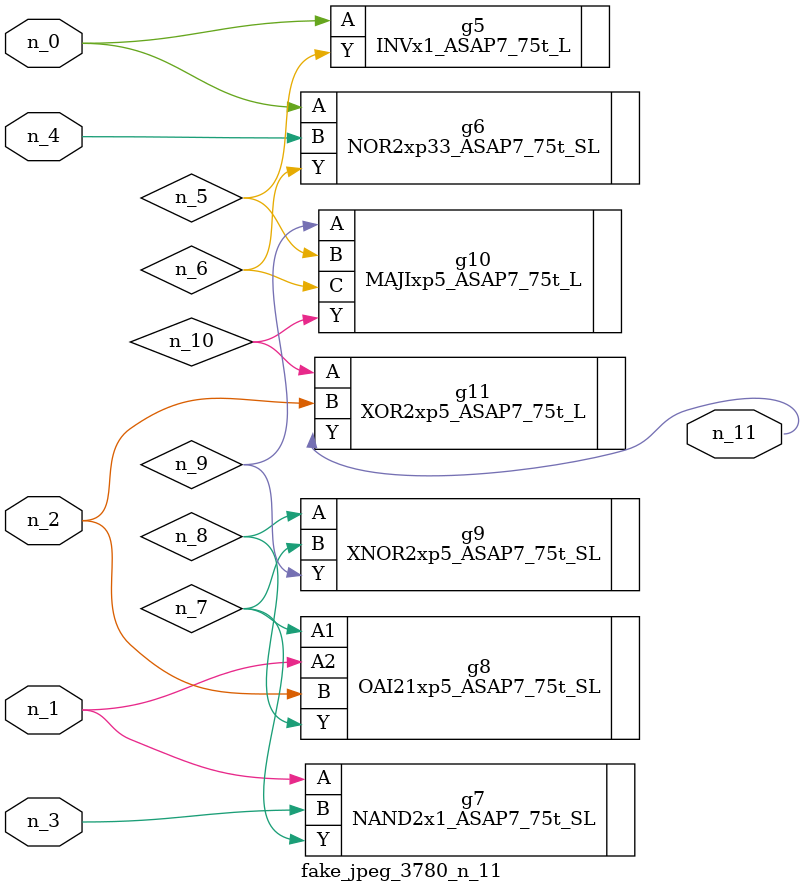
<source format=v>
module fake_jpeg_3780_n_11 (n_3, n_2, n_1, n_0, n_4, n_11);

input n_3;
input n_2;
input n_1;
input n_0;
input n_4;

output n_11;

wire n_10;
wire n_8;
wire n_9;
wire n_6;
wire n_5;
wire n_7;

INVx1_ASAP7_75t_L g5 ( 
.A(n_0),
.Y(n_5)
);

NOR2xp33_ASAP7_75t_SL g6 ( 
.A(n_0),
.B(n_4),
.Y(n_6)
);

NAND2x1_ASAP7_75t_SL g7 ( 
.A(n_1),
.B(n_3),
.Y(n_7)
);

OAI21xp5_ASAP7_75t_SL g8 ( 
.A1(n_7),
.A2(n_1),
.B(n_2),
.Y(n_8)
);

XNOR2xp5_ASAP7_75t_SL g9 ( 
.A(n_8),
.B(n_7),
.Y(n_9)
);

MAJIxp5_ASAP7_75t_L g10 ( 
.A(n_9),
.B(n_5),
.C(n_6),
.Y(n_10)
);

XOR2xp5_ASAP7_75t_L g11 ( 
.A(n_10),
.B(n_2),
.Y(n_11)
);


endmodule
</source>
